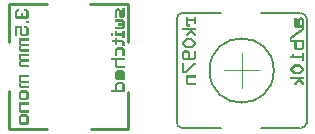
<source format=gbr>
%TF.GenerationSoftware,KiCad,Pcbnew,9.0.3-9.0.3-0~ubuntu22.04.1*%
%TF.CreationDate,2025-07-27T08:17:54-07:00*%
%TF.ProjectId,mixer-out,6d697865-722d-46f7-9574-2e6b69636164,rev?*%
%TF.SameCoordinates,Original*%
%TF.FileFunction,Legend,Bot*%
%TF.FilePolarity,Positive*%
%FSLAX46Y46*%
G04 Gerber Fmt 4.6, Leading zero omitted, Abs format (unit mm)*
G04 Created by KiCad (PCBNEW 9.0.3-9.0.3-0~ubuntu22.04.1) date 2025-07-27 08:17:54*
%MOMM*%
%LPD*%
G01*
G04 APERTURE LIST*
%ADD10C,0.150000*%
%ADD11C,0.254000*%
%ADD12C,0.127000*%
%ADD13C,0.120000*%
G04 APERTURE END LIST*
D10*
G36*
X122358000Y-88158260D02*
G01*
X122358000Y-87644178D01*
X122188446Y-87474478D01*
X122004458Y-87474478D01*
X122004458Y-87666013D01*
X122109824Y-87666013D01*
X122169981Y-87726464D01*
X122169981Y-88075975D01*
X122109824Y-88136425D01*
X121925836Y-88136425D01*
X121865606Y-88075975D01*
X121865606Y-87810508D01*
X121677588Y-87810508D01*
X121677588Y-88075975D01*
X121616551Y-88136425D01*
X121429999Y-88136425D01*
X121368963Y-88075975D01*
X121368963Y-87726464D01*
X121429999Y-87666013D01*
X121536831Y-87666013D01*
X121536831Y-87474478D01*
X121350498Y-87474478D01*
X121180944Y-87644178D01*
X121180944Y-88158260D01*
X121350498Y-88327960D01*
X121686014Y-88327960D01*
X121771597Y-88242304D01*
X121857180Y-88327960D01*
X122188446Y-88327960D01*
X122358000Y-88158260D01*
G37*
G36*
X122358000Y-88729349D02*
G01*
X122358000Y-88537814D01*
X122165732Y-88537814D01*
X122165732Y-88729349D01*
X122358000Y-88729349D01*
G37*
G36*
X122358000Y-89621373D02*
G01*
X122358000Y-89107290D01*
X122188446Y-88937591D01*
X122004092Y-88937591D01*
X122004092Y-89129126D01*
X122109678Y-89129126D01*
X122169981Y-89189576D01*
X122169981Y-89539087D01*
X122109678Y-89599538D01*
X121839887Y-89599538D01*
X121781196Y-89539087D01*
X121781196Y-88937591D01*
X121180944Y-88937591D01*
X121180944Y-89791073D01*
X121368963Y-89791073D01*
X121368963Y-89129126D01*
X121593177Y-89129126D01*
X121593177Y-89621373D01*
X121762731Y-89791073D01*
X122188446Y-89791073D01*
X122358000Y-89621373D01*
G37*
G36*
X122358000Y-91112329D02*
G01*
X122358000Y-90920794D01*
X121767054Y-90920794D01*
X121706604Y-90860563D01*
X121706604Y-90648072D01*
X122358000Y-90648072D01*
X122358000Y-90456537D01*
X121767054Y-90456537D01*
X121706604Y-90396160D01*
X121706604Y-90183083D01*
X122358000Y-90183083D01*
X122358000Y-89991547D01*
X121518586Y-89991547D01*
X121518586Y-90478372D01*
X121676415Y-90636275D01*
X121518586Y-90636275D01*
X121518586Y-90942629D01*
X121688139Y-91112329D01*
X122358000Y-91112329D01*
G37*
G36*
X122358000Y-92418344D02*
G01*
X122358000Y-92226809D01*
X121767054Y-92226809D01*
X121706604Y-92166579D01*
X121706604Y-91954087D01*
X122358000Y-91954087D01*
X122358000Y-91762552D01*
X121767054Y-91762552D01*
X121706604Y-91702175D01*
X121706604Y-91489098D01*
X122358000Y-91489098D01*
X122358000Y-91297563D01*
X121518586Y-91297563D01*
X121518586Y-91784387D01*
X121676415Y-91942290D01*
X121518586Y-91942290D01*
X121518586Y-92248644D01*
X121688139Y-92418344D01*
X122358000Y-92418344D01*
G37*
G36*
X122358000Y-94227304D02*
G01*
X122358000Y-94035769D01*
X121767054Y-94035769D01*
X121706604Y-93975539D01*
X121706604Y-93763048D01*
X122358000Y-93763048D01*
X122358000Y-93571512D01*
X121767054Y-93571512D01*
X121706604Y-93511136D01*
X121706604Y-93298058D01*
X122358000Y-93298058D01*
X122358000Y-93106523D01*
X121518586Y-93106523D01*
X121518586Y-93593348D01*
X121676415Y-93751251D01*
X121518586Y-93751251D01*
X121518586Y-94057605D01*
X121688139Y-94227304D01*
X122358000Y-94227304D01*
G37*
G36*
X122358000Y-94558791D02*
G01*
X122358000Y-95072873D01*
X122188446Y-95242573D01*
X121688139Y-95242573D01*
X121518586Y-95072873D01*
X121518586Y-94641076D01*
X121706604Y-94641076D01*
X121706604Y-94990588D01*
X121767054Y-95051038D01*
X122109531Y-95051038D01*
X122169981Y-94990588D01*
X122169981Y-94641076D01*
X122109531Y-94580626D01*
X121767054Y-94580626D01*
X121706604Y-94641076D01*
X121518586Y-94641076D01*
X121518586Y-94558791D01*
X121688139Y-94389091D01*
X122188446Y-94389091D01*
X122358000Y-94558791D01*
G37*
G36*
X122358000Y-96269565D02*
G01*
X122358000Y-96078030D01*
X121767054Y-96078030D01*
X121706604Y-96017580D01*
X121706604Y-95607618D01*
X122358000Y-95607618D01*
X122358000Y-95416083D01*
X121518586Y-95416083D01*
X121518586Y-96099866D01*
X121688139Y-96269565D01*
X122358000Y-96269565D01*
G37*
G36*
X122358000Y-96599879D02*
G01*
X122358000Y-97113962D01*
X122188446Y-97283662D01*
X121688139Y-97283662D01*
X121518586Y-97113962D01*
X121518586Y-96682165D01*
X121706604Y-96682165D01*
X121706604Y-97031676D01*
X121767054Y-97092127D01*
X122109531Y-97092127D01*
X122169981Y-97031676D01*
X122169981Y-96682165D01*
X122109531Y-96621715D01*
X121767054Y-96621715D01*
X121706604Y-96682165D01*
X121518586Y-96682165D01*
X121518586Y-96599879D01*
X121688139Y-96430180D01*
X122188446Y-96430180D01*
X122358000Y-96599879D01*
G37*
G36*
X130486000Y-88087186D02*
G01*
X130486000Y-87444363D01*
X130303110Y-87444363D01*
X130303110Y-88006439D01*
X130243979Y-88065351D01*
X130216868Y-88065351D01*
X130157737Y-88006439D01*
X130157737Y-87597284D01*
X129986718Y-87427584D01*
X129814527Y-87427584D01*
X129646586Y-87597284D01*
X129646586Y-88223327D01*
X129829475Y-88223327D01*
X129829475Y-87678030D01*
X129888606Y-87619119D01*
X129915717Y-87619119D01*
X129974848Y-87678030D01*
X129974848Y-88087186D01*
X130145867Y-88256886D01*
X130318058Y-88256886D01*
X130486000Y-88087186D01*
G37*
G36*
X130486000Y-89068749D02*
G01*
X130486000Y-88558623D01*
X130316446Y-88388923D01*
X129646586Y-88388923D01*
X129646586Y-88580459D01*
X130237531Y-88580459D01*
X130297981Y-88640103D01*
X130297981Y-88717919D01*
X129898424Y-88717919D01*
X129898424Y-88909454D01*
X130297981Y-88909454D01*
X130297981Y-88987270D01*
X130237531Y-89046914D01*
X129646586Y-89046914D01*
X129646586Y-89238449D01*
X130316446Y-89238449D01*
X130486000Y-89068749D01*
G37*
G36*
X130486000Y-89954032D02*
G01*
X130486000Y-89358470D01*
X130297981Y-89358470D01*
X130297981Y-89560117D01*
X129834604Y-89560117D01*
X129834604Y-89358470D01*
X129646586Y-89358470D01*
X129646586Y-89751652D01*
X130297981Y-89751652D01*
X130297981Y-89954032D01*
X130486000Y-89954032D01*
G37*
G36*
X129496963Y-89751652D02*
G01*
X129496963Y-89560117D01*
X129308944Y-89560117D01*
X129308944Y-89751652D01*
X129496963Y-89751652D01*
G37*
G36*
X130486000Y-90635176D02*
G01*
X130486000Y-90291380D01*
X130316446Y-90121680D01*
X129834604Y-90121680D01*
X129834604Y-89952859D01*
X129646586Y-89952859D01*
X129646586Y-90121680D01*
X129386321Y-90121680D01*
X129386321Y-90313215D01*
X129646586Y-90313215D01*
X129646586Y-90548421D01*
X129834604Y-90548421D01*
X129834604Y-90313215D01*
X130237531Y-90313215D01*
X130297981Y-90373665D01*
X130297981Y-90635176D01*
X130486000Y-90635176D01*
G37*
G36*
X130486000Y-91512106D02*
G01*
X130486000Y-90912734D01*
X130316446Y-90743034D01*
X129816139Y-90743034D01*
X129646586Y-90912734D01*
X129646586Y-91512106D01*
X129834604Y-91512106D01*
X129834604Y-90995019D01*
X129895054Y-90934569D01*
X130237531Y-90934569D01*
X130297981Y-90995019D01*
X130297981Y-91512106D01*
X130486000Y-91512106D01*
G37*
G36*
X130486000Y-92514478D02*
G01*
X130486000Y-92322943D01*
X129895054Y-92322943D01*
X129834604Y-92262493D01*
X129834604Y-91852531D01*
X130486000Y-91852531D01*
X130486000Y-91660996D01*
X129308944Y-91660996D01*
X129308944Y-91852531D01*
X129646586Y-91852531D01*
X129646586Y-92344778D01*
X129816139Y-92514478D01*
X130486000Y-92514478D01*
G37*
G36*
X130486000Y-92844792D02*
G01*
X130486000Y-93478163D01*
X130297981Y-93478163D01*
X130297981Y-92927078D01*
X130237311Y-92866628D01*
X130153048Y-92866628D01*
X130153048Y-93528575D01*
X129814527Y-93528575D01*
X129646586Y-93358875D01*
X129646586Y-92930448D01*
X129829475Y-92930448D01*
X129829475Y-93273219D01*
X129893149Y-93337039D01*
X129970159Y-93337039D01*
X129970159Y-92866628D01*
X129893149Y-92866628D01*
X129829475Y-92930448D01*
X129646586Y-92930448D01*
X129646586Y-92844792D01*
X129814527Y-92675092D01*
X130316446Y-92675092D01*
X130486000Y-92844792D01*
G37*
G36*
X130486000Y-93831924D02*
G01*
X130486000Y-94515706D01*
X129308944Y-94515706D01*
X129308944Y-94324171D01*
X129646586Y-94324171D01*
X129646586Y-93914210D01*
X129834604Y-93914210D01*
X129834604Y-94324171D01*
X130297981Y-94324171D01*
X130297981Y-93914210D01*
X130237531Y-93853759D01*
X129895054Y-93853759D01*
X129834604Y-93914210D01*
X129646586Y-93914210D01*
X129646586Y-93831924D01*
X129816139Y-93662224D01*
X130316446Y-93662224D01*
X130486000Y-93831924D01*
G37*
G36*
X136540000Y-88747630D02*
G01*
X136540000Y-88170826D01*
X136351981Y-88170826D01*
X136351981Y-88339646D01*
X135888604Y-88339646D01*
X135888604Y-88170826D01*
X135700586Y-88170826D01*
X135700586Y-88825739D01*
X135870139Y-88995438D01*
X136046434Y-88995438D01*
X136046434Y-88803903D01*
X135949054Y-88803903D01*
X135888604Y-88742647D01*
X135888604Y-88531182D01*
X136351981Y-88531182D01*
X136351981Y-88747630D01*
X136540000Y-88747630D01*
G37*
G36*
X136540000Y-89803931D02*
G01*
X136540000Y-89621115D01*
X136229396Y-89310805D01*
X136540000Y-89310805D01*
X136540000Y-89119270D01*
X135362944Y-89119270D01*
X135362944Y-89310805D01*
X136011189Y-89310805D01*
X135700586Y-89621115D01*
X135700586Y-89803931D01*
X135888604Y-89803931D01*
X135888604Y-89703327D01*
X136120293Y-89471859D01*
X136351981Y-89703327D01*
X136351981Y-89803931D01*
X136540000Y-89803931D01*
G37*
G36*
X136540000Y-90294566D02*
G01*
X136540000Y-90469249D01*
X136200307Y-90808648D01*
X135702637Y-90808648D01*
X135362944Y-90469249D01*
X135362944Y-90376925D01*
X135551256Y-90376925D01*
X135551256Y-90386963D01*
X135781625Y-90617113D01*
X136121318Y-90617113D01*
X136351688Y-90386890D01*
X136351688Y-90376852D01*
X136121318Y-90146702D01*
X135781625Y-90146702D01*
X135551256Y-90376925D01*
X135362944Y-90376925D01*
X135362944Y-90294566D01*
X135702637Y-89955166D01*
X136200307Y-89955166D01*
X136540000Y-90294566D01*
G37*
G36*
X136052735Y-91178823D02*
G01*
X136052735Y-91671070D01*
X136291458Y-91671070D01*
X136351981Y-91610620D01*
X136351981Y-91099835D01*
X136540000Y-91099835D01*
X136540000Y-91692905D01*
X136370446Y-91862605D01*
X135532498Y-91862605D01*
X135362944Y-91692905D01*
X135362944Y-91261108D01*
X135550963Y-91261108D01*
X135550963Y-91610620D01*
X135611706Y-91671070D01*
X135864717Y-91671070D01*
X135864717Y-91261108D01*
X135803974Y-91200658D01*
X135611706Y-91200658D01*
X135550963Y-91261108D01*
X135362944Y-91261108D01*
X135362944Y-91178823D01*
X135532498Y-91009123D01*
X135883182Y-91009123D01*
X136052735Y-91178823D01*
G37*
G36*
X136540000Y-92254615D02*
G01*
X136540000Y-92063080D01*
X136289406Y-92063080D01*
X135631709Y-92719605D01*
X135550963Y-92719605D01*
X135550963Y-92063080D01*
X135362944Y-92063080D01*
X135362944Y-92916562D01*
X135704030Y-92916562D01*
X136366782Y-92254615D01*
X136540000Y-92254615D01*
G37*
G36*
X136540000Y-93970519D02*
G01*
X136540000Y-93778983D01*
X135949054Y-93778983D01*
X135888604Y-93718533D01*
X135888604Y-93308572D01*
X136540000Y-93308572D01*
X136540000Y-93117036D01*
X135700586Y-93117036D01*
X135700586Y-93800819D01*
X135870139Y-93970519D01*
X136540000Y-93970519D01*
G37*
G36*
X145700000Y-88391040D02*
G01*
X145700000Y-89074822D01*
X145030139Y-89074822D01*
X144860586Y-88905122D01*
X144860586Y-88271751D01*
X145048604Y-88271751D01*
X145048604Y-88822836D01*
X145110373Y-88883287D01*
X145184159Y-88883287D01*
X145184159Y-88473325D01*
X145367048Y-88473325D01*
X145367048Y-88883287D01*
X145517110Y-88883287D01*
X145517110Y-88473325D01*
X145456441Y-88412875D01*
X145427718Y-88412875D01*
X145367048Y-88473325D01*
X145184159Y-88473325D01*
X145184159Y-88391040D01*
X145352100Y-88221340D01*
X145532058Y-88221340D01*
X145700000Y-88391040D01*
G37*
G36*
X145700000Y-89276176D02*
G01*
X145700000Y-89047711D01*
X144522944Y-89887711D01*
X144522944Y-90116176D01*
X145700000Y-89276176D01*
G37*
G36*
X145700000Y-90789113D02*
G01*
X145530446Y-90958813D01*
X145030139Y-90958813D01*
X144860586Y-90789113D01*
X144860586Y-90706828D01*
X145048604Y-90706828D01*
X145109054Y-90767278D01*
X145451531Y-90767278D01*
X145511981Y-90706828D01*
X145511981Y-90296866D01*
X145048604Y-90296866D01*
X145048604Y-90706828D01*
X144860586Y-90706828D01*
X144860586Y-90296866D01*
X144522944Y-90296866D01*
X144522944Y-90105331D01*
X145700000Y-90105331D01*
X145700000Y-90789113D01*
G37*
G36*
X145700000Y-91903740D02*
G01*
X145700000Y-91223768D01*
X145511981Y-91223768D01*
X145511981Y-91467620D01*
X144832449Y-91467620D01*
X144832449Y-91282606D01*
X144644431Y-91282606D01*
X144644431Y-91467620D01*
X144522944Y-91467620D01*
X144522944Y-91659155D01*
X145511981Y-91659155D01*
X145511981Y-91903740D01*
X145700000Y-91903740D01*
G37*
G36*
X145700000Y-92528025D02*
G01*
X145700000Y-92702707D01*
X145360307Y-93042107D01*
X144862637Y-93042107D01*
X144522944Y-92702707D01*
X144522944Y-92610384D01*
X144711256Y-92610384D01*
X144711256Y-92620422D01*
X144941625Y-92850572D01*
X145281318Y-92850572D01*
X145511688Y-92620349D01*
X145511688Y-92610310D01*
X145281318Y-92380160D01*
X144941625Y-92380160D01*
X144711256Y-92610384D01*
X144522944Y-92610384D01*
X144522944Y-92528025D01*
X144862637Y-92188625D01*
X145360307Y-92188625D01*
X145700000Y-92528025D01*
G37*
G36*
X145700000Y-93927243D02*
G01*
X145700000Y-93744428D01*
X145389396Y-93434117D01*
X145700000Y-93434117D01*
X145700000Y-93242582D01*
X144522944Y-93242582D01*
X144522944Y-93434117D01*
X145171189Y-93434117D01*
X144860586Y-93744428D01*
X144860586Y-93927243D01*
X145048604Y-93927243D01*
X145048604Y-93826640D01*
X145280293Y-93595171D01*
X145511981Y-93826640D01*
X145511981Y-93927243D01*
X145700000Y-93927243D01*
G37*
D11*
%TO.C,J1*%
X120700800Y-97663000D02*
X120700800Y-94488000D01*
X120726200Y-87122000D02*
X123901200Y-87122000D01*
X120726200Y-90297000D02*
X120726200Y-87122000D01*
X123875800Y-97663000D02*
X120700800Y-97663000D01*
X127584200Y-87122000D02*
X130759200Y-87122000D01*
X130759200Y-87122000D02*
X130759200Y-90297000D01*
X130784600Y-94513400D02*
X130784600Y-97688400D01*
X130784600Y-97688400D02*
X127609600Y-97688400D01*
D12*
%TO.C,RV1*%
X134900000Y-97120000D02*
X134900000Y-88300000D01*
X138672800Y-87860000D02*
X135340000Y-87860000D01*
X138672800Y-97560000D02*
X135340000Y-97560000D01*
D13*
X138900000Y-92710000D02*
X141900000Y-92710000D01*
X140400000Y-94210000D02*
X140400000Y-91210000D01*
D12*
X145350000Y-87860000D02*
X142076400Y-87860000D01*
X145350000Y-97560000D02*
X142076400Y-97560000D01*
X145900000Y-88300000D02*
X145900000Y-97120000D01*
X134900000Y-88300000D02*
G75*
G02*
X135349982Y-87860113I440000J0D01*
G01*
X135340000Y-97560000D02*
G75*
G02*
X134900112Y-97110018I-2J439999D01*
G01*
D10*
X143117919Y-92710000D02*
G75*
G02*
X137682081Y-92710000I-2717919J0D01*
G01*
X137682081Y-92710000D02*
G75*
G02*
X143117919Y-92710000I2717919J0D01*
G01*
D12*
X145460000Y-87860000D02*
G75*
G02*
X145899887Y-88309982I0J-440000D01*
G01*
X145900000Y-97120000D02*
G75*
G02*
X145450018Y-97559888I-439999J-2D01*
G01*
%TD*%
%LPC*%
G36*
X140722013Y-95770758D02*
G01*
X140926693Y-95837262D01*
X141118450Y-95934967D01*
X141292561Y-96061466D01*
X141444740Y-96213645D01*
X141571239Y-96387756D01*
X141668944Y-96579513D01*
X141735448Y-96784193D01*
X141769115Y-96996756D01*
X141769115Y-97211970D01*
X141735448Y-97424533D01*
X141668944Y-97629213D01*
X141571239Y-97820970D01*
X141444740Y-97995081D01*
X141292561Y-98147260D01*
X141118450Y-98273759D01*
X140926693Y-98371464D01*
X140722013Y-98437968D01*
X140509450Y-98471635D01*
X140294236Y-98471635D01*
X140081673Y-98437968D01*
X139876993Y-98371464D01*
X139685236Y-98273759D01*
X139511125Y-98147260D01*
X139358946Y-97995081D01*
X139232447Y-97820970D01*
X139134742Y-97629213D01*
X139068238Y-97424533D01*
X139034571Y-97211970D01*
X139034571Y-96996756D01*
X139068238Y-96784193D01*
X139134742Y-96579513D01*
X139232447Y-96387756D01*
X139358946Y-96213645D01*
X139511125Y-96061466D01*
X139685236Y-95934967D01*
X139876993Y-95837262D01*
X140081673Y-95770758D01*
X140294236Y-95737091D01*
X140509450Y-95737091D01*
X140722013Y-95770758D01*
G37*
G36*
X126021214Y-95686997D02*
G01*
X126202905Y-95762257D01*
X126366423Y-95871516D01*
X126505484Y-96010577D01*
X126614743Y-96174095D01*
X126690003Y-96355786D01*
X126728369Y-96548669D01*
X126728369Y-96745331D01*
X126690003Y-96938214D01*
X126614743Y-97119905D01*
X126505484Y-97283423D01*
X126366423Y-97422484D01*
X126202905Y-97531743D01*
X126021214Y-97607003D01*
X125828331Y-97645369D01*
X125631669Y-97645369D01*
X125438786Y-97607003D01*
X125257095Y-97531743D01*
X125093577Y-97422484D01*
X124954516Y-97283423D01*
X124845257Y-97119905D01*
X124769997Y-96938214D01*
X124731631Y-96745331D01*
X124731631Y-96548669D01*
X124769997Y-96355786D01*
X124845257Y-96174095D01*
X124954516Y-96010577D01*
X125093577Y-95871516D01*
X125257095Y-95762257D01*
X125438786Y-95686997D01*
X125631669Y-95648631D01*
X125828331Y-95648631D01*
X126021214Y-95686997D01*
G37*
G36*
X147685024Y-94350926D02*
G01*
X147855215Y-94421422D01*
X148008382Y-94523765D01*
X148138641Y-94654024D01*
X148240984Y-94807191D01*
X148311480Y-94977382D01*
X148347418Y-95158056D01*
X148347418Y-95342270D01*
X148311480Y-95522944D01*
X148240984Y-95693135D01*
X148138641Y-95846302D01*
X148008382Y-95976561D01*
X147855215Y-96078904D01*
X147685024Y-96149400D01*
X147504350Y-96185338D01*
X147320136Y-96185338D01*
X147139462Y-96149400D01*
X146969271Y-96078904D01*
X146816104Y-95976561D01*
X146685845Y-95846302D01*
X146583502Y-95693135D01*
X146513006Y-95522944D01*
X146477068Y-95342270D01*
X146477068Y-95158056D01*
X146513006Y-94977382D01*
X146583502Y-94807191D01*
X146685845Y-94654024D01*
X146816104Y-94523765D01*
X146969271Y-94421422D01*
X147139462Y-94350926D01*
X147320136Y-94314988D01*
X147504350Y-94314988D01*
X147685024Y-94350926D01*
G37*
G36*
X147685024Y-91810926D02*
G01*
X147855215Y-91881422D01*
X148008382Y-91983765D01*
X148138641Y-92114024D01*
X148240984Y-92267191D01*
X148311480Y-92437382D01*
X148347418Y-92618056D01*
X148347418Y-92802270D01*
X148311480Y-92982944D01*
X148240984Y-93153135D01*
X148138641Y-93306302D01*
X148008382Y-93436561D01*
X147855215Y-93538904D01*
X147685024Y-93609400D01*
X147504350Y-93645338D01*
X147320136Y-93645338D01*
X147139462Y-93609400D01*
X146969271Y-93538904D01*
X146816104Y-93436561D01*
X146685845Y-93306302D01*
X146583502Y-93153135D01*
X146513006Y-92982944D01*
X146477068Y-92802270D01*
X146477068Y-92618056D01*
X146513006Y-92437382D01*
X146583502Y-92267191D01*
X146685845Y-92114024D01*
X146816104Y-91983765D01*
X146969271Y-91881422D01*
X147139462Y-91810926D01*
X147320136Y-91774988D01*
X147504350Y-91774988D01*
X147685024Y-91810926D01*
G37*
G36*
X147685024Y-89270926D02*
G01*
X147855215Y-89341422D01*
X148008382Y-89443765D01*
X148138641Y-89574024D01*
X148240984Y-89727191D01*
X148311480Y-89897382D01*
X148347418Y-90078056D01*
X148347418Y-90262270D01*
X148311480Y-90442944D01*
X148240984Y-90613135D01*
X148138641Y-90766302D01*
X148008382Y-90896561D01*
X147855215Y-90998904D01*
X147685024Y-91069400D01*
X147504350Y-91105338D01*
X147320136Y-91105338D01*
X147139462Y-91069400D01*
X146969271Y-90998904D01*
X146816104Y-90896561D01*
X146685845Y-90766302D01*
X146583502Y-90613135D01*
X146513006Y-90442944D01*
X146477068Y-90262270D01*
X146477068Y-90078056D01*
X146513006Y-89897382D01*
X146583502Y-89727191D01*
X146685845Y-89574024D01*
X146816104Y-89443765D01*
X146969271Y-89341422D01*
X147139462Y-89270926D01*
X147320136Y-89234988D01*
X147504350Y-89234988D01*
X147685024Y-89270926D01*
G37*
G36*
X140722013Y-86982358D02*
G01*
X140926693Y-87048862D01*
X141118450Y-87146567D01*
X141292561Y-87273066D01*
X141444740Y-87425245D01*
X141571239Y-87599356D01*
X141668944Y-87791113D01*
X141735448Y-87995793D01*
X141769115Y-88208356D01*
X141769115Y-88423570D01*
X141735448Y-88636133D01*
X141668944Y-88840813D01*
X141571239Y-89032570D01*
X141444740Y-89206681D01*
X141292561Y-89358860D01*
X141118450Y-89485359D01*
X140926693Y-89583064D01*
X140722013Y-89649568D01*
X140509450Y-89683235D01*
X140294236Y-89683235D01*
X140081673Y-89649568D01*
X139876993Y-89583064D01*
X139685236Y-89485359D01*
X139511125Y-89358860D01*
X139358946Y-89206681D01*
X139232447Y-89032570D01*
X139134742Y-88840813D01*
X139068238Y-88636133D01*
X139034571Y-88423570D01*
X139034571Y-88208356D01*
X139068238Y-87995793D01*
X139134742Y-87791113D01*
X139232447Y-87599356D01*
X139358946Y-87425245D01*
X139511125Y-87273066D01*
X139685236Y-87146567D01*
X139876993Y-87048862D01*
X140081673Y-86982358D01*
X140294236Y-86948691D01*
X140509450Y-86948691D01*
X140722013Y-86982358D01*
G37*
G36*
X126021214Y-87127197D02*
G01*
X126202905Y-87202457D01*
X126366423Y-87311716D01*
X126505484Y-87450777D01*
X126614743Y-87614295D01*
X126690003Y-87795986D01*
X126728369Y-87988869D01*
X126728369Y-88185531D01*
X126690003Y-88378414D01*
X126614743Y-88560105D01*
X126505484Y-88723623D01*
X126366423Y-88862684D01*
X126202905Y-88971943D01*
X126021214Y-89047203D01*
X125828331Y-89085569D01*
X125631669Y-89085569D01*
X125438786Y-89047203D01*
X125257095Y-88971943D01*
X125093577Y-88862684D01*
X124954516Y-88723623D01*
X124845257Y-88560105D01*
X124769997Y-88378414D01*
X124731631Y-88185531D01*
X124731631Y-87988869D01*
X124769997Y-87795986D01*
X124845257Y-87614295D01*
X124954516Y-87450777D01*
X125093577Y-87311716D01*
X125257095Y-87202457D01*
X125438786Y-87127197D01*
X125631669Y-87088831D01*
X125828331Y-87088831D01*
X126021214Y-87127197D01*
G37*
G36*
X126021214Y-84714197D02*
G01*
X126202905Y-84789457D01*
X126366423Y-84898716D01*
X126505484Y-85037777D01*
X126614743Y-85201295D01*
X126690003Y-85382986D01*
X126728369Y-85575869D01*
X126728369Y-85772531D01*
X126690003Y-85965414D01*
X126614743Y-86147105D01*
X126505484Y-86310623D01*
X126366423Y-86449684D01*
X126202905Y-86558943D01*
X126021214Y-86634203D01*
X125828331Y-86672569D01*
X125631669Y-86672569D01*
X125438786Y-86634203D01*
X125257095Y-86558943D01*
X125093577Y-86449684D01*
X124954516Y-86310623D01*
X124845257Y-86147105D01*
X124769997Y-85965414D01*
X124731631Y-85772531D01*
X124731631Y-85575869D01*
X124769997Y-85382986D01*
X124845257Y-85201295D01*
X124954516Y-85037777D01*
X125093577Y-84898716D01*
X125257095Y-84789457D01*
X125438786Y-84714197D01*
X125631669Y-84675831D01*
X125828331Y-84675831D01*
X126021214Y-84714197D01*
G37*
G36*
X129896542Y-83442893D02*
G01*
X129908870Y-83451130D01*
X129917107Y-83463458D01*
X129920000Y-83478000D01*
X129920000Y-85178000D01*
X129917107Y-85192542D01*
X129908870Y-85204870D01*
X129896542Y-85213107D01*
X129882000Y-85216000D01*
X128182000Y-85216000D01*
X128167458Y-85213107D01*
X128155130Y-85204870D01*
X128146893Y-85192542D01*
X128144000Y-85178000D01*
X128144000Y-83478000D01*
X128146893Y-83463458D01*
X128155130Y-83451130D01*
X128167458Y-83442893D01*
X128182000Y-83440000D01*
X129882000Y-83440000D01*
X129896542Y-83442893D01*
G37*
G36*
X131829773Y-83478237D02*
G01*
X131990600Y-83544854D01*
X132135341Y-83641567D01*
X132258433Y-83764659D01*
X132355146Y-83909400D01*
X132421763Y-84070227D01*
X132455724Y-84240961D01*
X132455724Y-84415039D01*
X132421763Y-84585773D01*
X132355146Y-84746600D01*
X132258433Y-84891341D01*
X132135341Y-85014433D01*
X131990600Y-85111146D01*
X131829773Y-85177763D01*
X131659039Y-85211724D01*
X131484961Y-85211724D01*
X131314227Y-85177763D01*
X131153400Y-85111146D01*
X131008659Y-85014433D01*
X130885567Y-84891341D01*
X130788854Y-84746600D01*
X130722237Y-84585773D01*
X130688276Y-84415039D01*
X130688276Y-84240961D01*
X130722237Y-84070227D01*
X130788854Y-83909400D01*
X130885567Y-83764659D01*
X131008659Y-83641567D01*
X131153400Y-83544854D01*
X131314227Y-83478237D01*
X131484961Y-83444276D01*
X131659039Y-83444276D01*
X131829773Y-83478237D01*
G37*
G36*
X134369773Y-83478237D02*
G01*
X134530600Y-83544854D01*
X134675341Y-83641567D01*
X134798433Y-83764659D01*
X134895146Y-83909400D01*
X134961763Y-84070227D01*
X134995724Y-84240961D01*
X134995724Y-84415039D01*
X134961763Y-84585773D01*
X134895146Y-84746600D01*
X134798433Y-84891341D01*
X134675341Y-85014433D01*
X134530600Y-85111146D01*
X134369773Y-85177763D01*
X134199039Y-85211724D01*
X134024961Y-85211724D01*
X133854227Y-85177763D01*
X133693400Y-85111146D01*
X133548659Y-85014433D01*
X133425567Y-84891341D01*
X133328854Y-84746600D01*
X133262237Y-84585773D01*
X133228276Y-84415039D01*
X133228276Y-84240961D01*
X133262237Y-84070227D01*
X133328854Y-83909400D01*
X133425567Y-83764659D01*
X133548659Y-83641567D01*
X133693400Y-83544854D01*
X133854227Y-83478237D01*
X134024961Y-83444276D01*
X134199039Y-83444276D01*
X134369773Y-83478237D01*
G37*
G36*
X136909773Y-83478237D02*
G01*
X137070600Y-83544854D01*
X137215341Y-83641567D01*
X137338433Y-83764659D01*
X137435146Y-83909400D01*
X137501763Y-84070227D01*
X137535724Y-84240961D01*
X137535724Y-84415039D01*
X137501763Y-84585773D01*
X137435146Y-84746600D01*
X137338433Y-84891341D01*
X137215341Y-85014433D01*
X137070600Y-85111146D01*
X136909773Y-85177763D01*
X136739039Y-85211724D01*
X136564961Y-85211724D01*
X136394227Y-85177763D01*
X136233400Y-85111146D01*
X136088659Y-85014433D01*
X135965567Y-84891341D01*
X135868854Y-84746600D01*
X135802237Y-84585773D01*
X135768276Y-84415039D01*
X135768276Y-84240961D01*
X135802237Y-84070227D01*
X135868854Y-83909400D01*
X135965567Y-83764659D01*
X136088659Y-83641567D01*
X136233400Y-83544854D01*
X136394227Y-83478237D01*
X136564961Y-83444276D01*
X136739039Y-83444276D01*
X136909773Y-83478237D01*
G37*
%LPD*%
M02*

</source>
